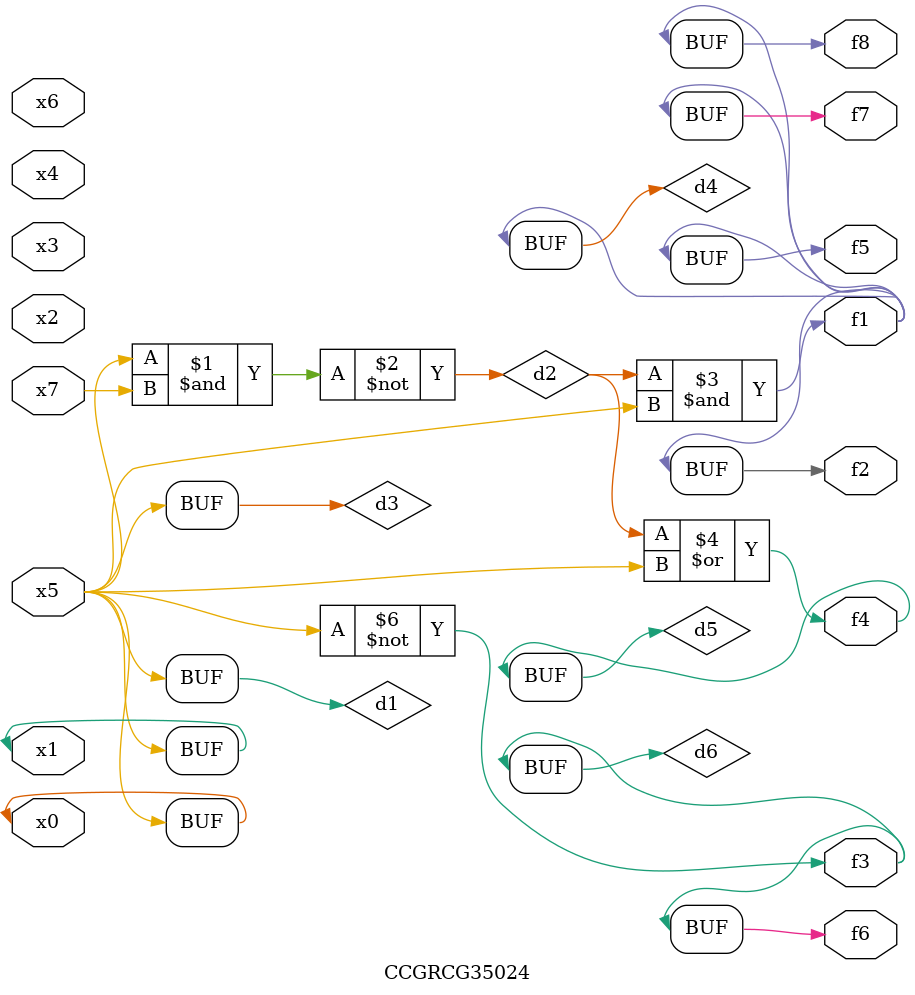
<source format=v>
module CCGRCG35024(
	input x0, x1, x2, x3, x4, x5, x6, x7,
	output f1, f2, f3, f4, f5, f6, f7, f8
);

	wire d1, d2, d3, d4, d5, d6;

	buf (d1, x0, x5);
	nand (d2, x5, x7);
	buf (d3, x0, x1);
	and (d4, d2, d3);
	or (d5, d2, d3);
	nor (d6, d1, d3);
	assign f1 = d4;
	assign f2 = d4;
	assign f3 = d6;
	assign f4 = d5;
	assign f5 = d4;
	assign f6 = d6;
	assign f7 = d4;
	assign f8 = d4;
endmodule

</source>
